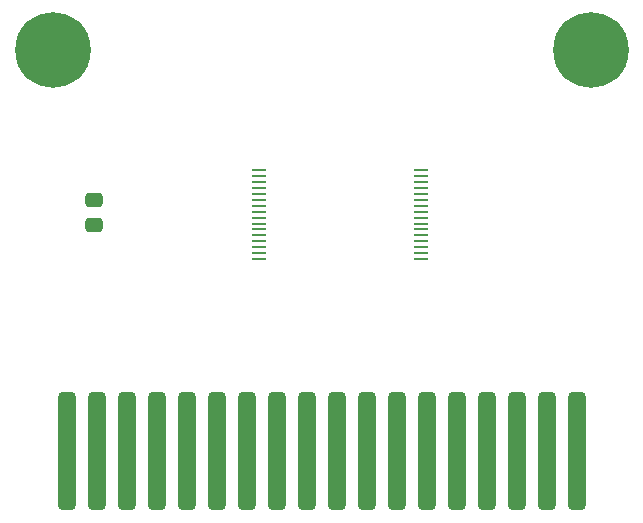
<source format=gbr>
%TF.GenerationSoftware,KiCad,Pcbnew,(6.0.7-1)-1*%
%TF.CreationDate,2023-01-14T18:56:46-08:00*%
%TF.ProjectId,QCard,51436172-642e-46b6-9963-61645f706362,rev?*%
%TF.SameCoordinates,Original*%
%TF.FileFunction,Soldermask,Top*%
%TF.FilePolarity,Negative*%
%FSLAX46Y46*%
G04 Gerber Fmt 4.6, Leading zero omitted, Abs format (unit mm)*
G04 Created by KiCad (PCBNEW (6.0.7-1)-1) date 2023-01-14 18:56:46*
%MOMM*%
%LPD*%
G01*
G04 APERTURE LIST*
G04 Aperture macros list*
%AMRoundRect*
0 Rectangle with rounded corners*
0 $1 Rounding radius*
0 $2 $3 $4 $5 $6 $7 $8 $9 X,Y pos of 4 corners*
0 Add a 4 corners polygon primitive as box body*
4,1,4,$2,$3,$4,$5,$6,$7,$8,$9,$2,$3,0*
0 Add four circle primitives for the rounded corners*
1,1,$1+$1,$2,$3*
1,1,$1+$1,$4,$5*
1,1,$1+$1,$6,$7*
1,1,$1+$1,$8,$9*
0 Add four rect primitives between the rounded corners*
20,1,$1+$1,$2,$3,$4,$5,0*
20,1,$1+$1,$4,$5,$6,$7,0*
20,1,$1+$1,$6,$7,$8,$9,0*
20,1,$1+$1,$8,$9,$2,$3,0*%
G04 Aperture macros list end*
%ADD10C,6.400000*%
%ADD11RoundRect,0.375000X-0.375000X-4.625000X0.375000X-4.625000X0.375000X4.625000X-0.375000X4.625000X0*%
%ADD12R,1.200899X0.279400*%
%ADD13RoundRect,0.250000X0.475000X-0.337500X0.475000X0.337500X-0.475000X0.337500X-0.475000X-0.337500X0*%
G04 APERTURE END LIST*
D10*
%TO.C,REF\u002A\u002A*%
X100250000Y-55000000D03*
%TD*%
%TO.C,REF\u002A\u002A*%
X54750000Y-55000000D03*
%TD*%
D11*
%TO.C,J1*%
X99090000Y-89000000D03*
X96550000Y-89000000D03*
X94010000Y-89000000D03*
X91470000Y-89000000D03*
X88930000Y-89000000D03*
X86390000Y-89000000D03*
X83850000Y-89000000D03*
X81310000Y-89000000D03*
X78770000Y-89000000D03*
X76230000Y-89000000D03*
X73690000Y-89000000D03*
X71150000Y-89000000D03*
X68610000Y-89000000D03*
X66070000Y-89000000D03*
X63530000Y-89000000D03*
X60990000Y-89000000D03*
X58450000Y-89000000D03*
X55910000Y-89000000D03*
%TD*%
D12*
%TO.C,U1*%
X85899073Y-65202500D03*
X85899073Y-65702499D03*
X85899073Y-66202500D03*
X85899073Y-66702499D03*
X85899073Y-67202501D03*
X85899073Y-67702500D03*
X85899073Y-68202499D03*
X85899073Y-68702500D03*
X85899073Y-69202500D03*
X85899073Y-69702501D03*
X85899073Y-70202500D03*
X85899073Y-70702499D03*
X85899073Y-71202501D03*
X85899073Y-71702500D03*
X85899073Y-72202501D03*
X85899073Y-72702500D03*
X72201377Y-72702500D03*
X72201377Y-72202501D03*
X72201377Y-71702500D03*
X72201377Y-71202501D03*
X72201377Y-70702499D03*
X72201377Y-70202500D03*
X72201377Y-69702501D03*
X72201377Y-69202500D03*
X72201377Y-68702500D03*
X72201377Y-68202499D03*
X72201377Y-67702500D03*
X72201377Y-67202501D03*
X72201377Y-66702499D03*
X72201377Y-66202500D03*
X72201377Y-65702499D03*
X72201377Y-65202500D03*
%TD*%
D13*
%TO.C,C1*%
X58250000Y-67712500D03*
X58250000Y-69787500D03*
%TD*%
M02*

</source>
